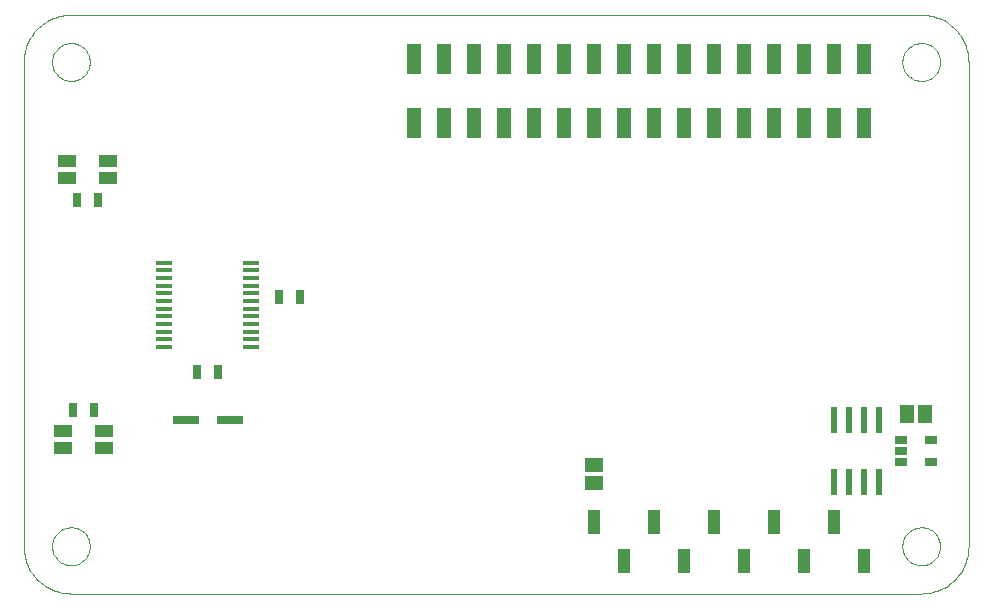
<source format=gtp>
G75*
G70*
%OFA0B0*%
%FSLAX24Y24*%
%IPPOS*%
%LPD*%
%AMOC8*
5,1,8,0,0,1.08239X$1,22.5*
%
%ADD10R,0.0500X0.1000*%
%ADD11R,0.0394X0.0787*%
%ADD12C,0.0000*%
%ADD13R,0.0390X0.0272*%
%ADD14R,0.0240X0.0870*%
%ADD15R,0.0460X0.0630*%
%ADD16R,0.0550X0.0137*%
%ADD17R,0.0630X0.0460*%
%ADD18R,0.0315X0.0472*%
%ADD19R,0.0866X0.0256*%
%ADD20R,0.0591X0.0394*%
D10*
X018418Y016175D03*
X019418Y016175D03*
X020418Y016175D03*
X021418Y016175D03*
X022418Y016175D03*
X023418Y016175D03*
X024418Y016175D03*
X025418Y016175D03*
X026418Y016175D03*
X027418Y016175D03*
X028418Y016175D03*
X029418Y016175D03*
X030418Y016175D03*
X031418Y016175D03*
X032418Y016175D03*
X033418Y016175D03*
X033418Y018325D03*
X032418Y018325D03*
X031418Y018325D03*
X030418Y018325D03*
X029418Y018325D03*
X028418Y018325D03*
X027418Y018325D03*
X026418Y018325D03*
X025418Y018325D03*
X024418Y018325D03*
X023418Y018325D03*
X022418Y018325D03*
X021418Y018325D03*
X020418Y018325D03*
X019418Y018325D03*
X018418Y018325D03*
D11*
X024418Y002900D03*
X026418Y002900D03*
X028418Y002900D03*
X030418Y002900D03*
X032418Y002900D03*
X031418Y001600D03*
X029418Y001600D03*
X027418Y001600D03*
X025418Y001600D03*
X033418Y001600D03*
D12*
X005418Y002075D02*
X005418Y018217D01*
X006363Y018217D02*
X006365Y018267D01*
X006371Y018317D01*
X006381Y018366D01*
X006395Y018414D01*
X006412Y018461D01*
X006433Y018506D01*
X006458Y018550D01*
X006486Y018591D01*
X006518Y018630D01*
X006552Y018667D01*
X006589Y018701D01*
X006629Y018731D01*
X006671Y018758D01*
X006715Y018782D01*
X006761Y018803D01*
X006808Y018819D01*
X006856Y018832D01*
X006906Y018841D01*
X006955Y018846D01*
X007006Y018847D01*
X007056Y018844D01*
X007105Y018837D01*
X007154Y018826D01*
X007202Y018811D01*
X007248Y018793D01*
X007293Y018771D01*
X007336Y018745D01*
X007377Y018716D01*
X007416Y018684D01*
X007452Y018649D01*
X007484Y018611D01*
X007514Y018571D01*
X007541Y018528D01*
X007564Y018484D01*
X007583Y018438D01*
X007599Y018390D01*
X007611Y018341D01*
X007619Y018292D01*
X007623Y018242D01*
X007623Y018192D01*
X007619Y018142D01*
X007611Y018093D01*
X007599Y018044D01*
X007583Y017996D01*
X007564Y017950D01*
X007541Y017906D01*
X007514Y017863D01*
X007484Y017823D01*
X007452Y017785D01*
X007416Y017750D01*
X007377Y017718D01*
X007336Y017689D01*
X007293Y017663D01*
X007248Y017641D01*
X007202Y017623D01*
X007154Y017608D01*
X007105Y017597D01*
X007056Y017590D01*
X007006Y017587D01*
X006955Y017588D01*
X006906Y017593D01*
X006856Y017602D01*
X006808Y017615D01*
X006761Y017631D01*
X006715Y017652D01*
X006671Y017676D01*
X006629Y017703D01*
X006589Y017733D01*
X006552Y017767D01*
X006518Y017804D01*
X006486Y017843D01*
X006458Y017884D01*
X006433Y017928D01*
X006412Y017973D01*
X006395Y018020D01*
X006381Y018068D01*
X006371Y018117D01*
X006365Y018167D01*
X006363Y018217D01*
X005418Y018217D02*
X005420Y018294D01*
X005426Y018371D01*
X005435Y018448D01*
X005448Y018524D01*
X005465Y018600D01*
X005486Y018674D01*
X005510Y018748D01*
X005538Y018820D01*
X005569Y018890D01*
X005604Y018959D01*
X005642Y019027D01*
X005683Y019092D01*
X005728Y019155D01*
X005776Y019216D01*
X005826Y019275D01*
X005879Y019331D01*
X005935Y019384D01*
X005994Y019434D01*
X006055Y019482D01*
X006118Y019527D01*
X006183Y019568D01*
X006251Y019606D01*
X006320Y019641D01*
X006390Y019672D01*
X006462Y019700D01*
X006536Y019724D01*
X006610Y019745D01*
X006686Y019762D01*
X006762Y019775D01*
X006839Y019784D01*
X006916Y019790D01*
X006993Y019792D01*
X006993Y019791D02*
X035339Y019791D01*
X034709Y018217D02*
X034711Y018267D01*
X034717Y018317D01*
X034727Y018366D01*
X034741Y018414D01*
X034758Y018461D01*
X034779Y018506D01*
X034804Y018550D01*
X034832Y018591D01*
X034864Y018630D01*
X034898Y018667D01*
X034935Y018701D01*
X034975Y018731D01*
X035017Y018758D01*
X035061Y018782D01*
X035107Y018803D01*
X035154Y018819D01*
X035202Y018832D01*
X035252Y018841D01*
X035301Y018846D01*
X035352Y018847D01*
X035402Y018844D01*
X035451Y018837D01*
X035500Y018826D01*
X035548Y018811D01*
X035594Y018793D01*
X035639Y018771D01*
X035682Y018745D01*
X035723Y018716D01*
X035762Y018684D01*
X035798Y018649D01*
X035830Y018611D01*
X035860Y018571D01*
X035887Y018528D01*
X035910Y018484D01*
X035929Y018438D01*
X035945Y018390D01*
X035957Y018341D01*
X035965Y018292D01*
X035969Y018242D01*
X035969Y018192D01*
X035965Y018142D01*
X035957Y018093D01*
X035945Y018044D01*
X035929Y017996D01*
X035910Y017950D01*
X035887Y017906D01*
X035860Y017863D01*
X035830Y017823D01*
X035798Y017785D01*
X035762Y017750D01*
X035723Y017718D01*
X035682Y017689D01*
X035639Y017663D01*
X035594Y017641D01*
X035548Y017623D01*
X035500Y017608D01*
X035451Y017597D01*
X035402Y017590D01*
X035352Y017587D01*
X035301Y017588D01*
X035252Y017593D01*
X035202Y017602D01*
X035154Y017615D01*
X035107Y017631D01*
X035061Y017652D01*
X035017Y017676D01*
X034975Y017703D01*
X034935Y017733D01*
X034898Y017767D01*
X034864Y017804D01*
X034832Y017843D01*
X034804Y017884D01*
X034779Y017928D01*
X034758Y017973D01*
X034741Y018020D01*
X034727Y018068D01*
X034717Y018117D01*
X034711Y018167D01*
X034709Y018217D01*
X035339Y019792D02*
X035416Y019790D01*
X035493Y019784D01*
X035570Y019775D01*
X035646Y019762D01*
X035722Y019745D01*
X035796Y019724D01*
X035870Y019700D01*
X035942Y019672D01*
X036012Y019641D01*
X036081Y019606D01*
X036149Y019568D01*
X036214Y019527D01*
X036277Y019482D01*
X036338Y019434D01*
X036397Y019384D01*
X036453Y019331D01*
X036506Y019275D01*
X036556Y019216D01*
X036604Y019155D01*
X036649Y019092D01*
X036690Y019027D01*
X036728Y018959D01*
X036763Y018890D01*
X036794Y018820D01*
X036822Y018748D01*
X036846Y018674D01*
X036867Y018600D01*
X036884Y018524D01*
X036897Y018448D01*
X036906Y018371D01*
X036912Y018294D01*
X036914Y018217D01*
X036914Y002075D01*
X034709Y002075D02*
X034711Y002125D01*
X034717Y002175D01*
X034727Y002224D01*
X034741Y002272D01*
X034758Y002319D01*
X034779Y002364D01*
X034804Y002408D01*
X034832Y002449D01*
X034864Y002488D01*
X034898Y002525D01*
X034935Y002559D01*
X034975Y002589D01*
X035017Y002616D01*
X035061Y002640D01*
X035107Y002661D01*
X035154Y002677D01*
X035202Y002690D01*
X035252Y002699D01*
X035301Y002704D01*
X035352Y002705D01*
X035402Y002702D01*
X035451Y002695D01*
X035500Y002684D01*
X035548Y002669D01*
X035594Y002651D01*
X035639Y002629D01*
X035682Y002603D01*
X035723Y002574D01*
X035762Y002542D01*
X035798Y002507D01*
X035830Y002469D01*
X035860Y002429D01*
X035887Y002386D01*
X035910Y002342D01*
X035929Y002296D01*
X035945Y002248D01*
X035957Y002199D01*
X035965Y002150D01*
X035969Y002100D01*
X035969Y002050D01*
X035965Y002000D01*
X035957Y001951D01*
X035945Y001902D01*
X035929Y001854D01*
X035910Y001808D01*
X035887Y001764D01*
X035860Y001721D01*
X035830Y001681D01*
X035798Y001643D01*
X035762Y001608D01*
X035723Y001576D01*
X035682Y001547D01*
X035639Y001521D01*
X035594Y001499D01*
X035548Y001481D01*
X035500Y001466D01*
X035451Y001455D01*
X035402Y001448D01*
X035352Y001445D01*
X035301Y001446D01*
X035252Y001451D01*
X035202Y001460D01*
X035154Y001473D01*
X035107Y001489D01*
X035061Y001510D01*
X035017Y001534D01*
X034975Y001561D01*
X034935Y001591D01*
X034898Y001625D01*
X034864Y001662D01*
X034832Y001701D01*
X034804Y001742D01*
X034779Y001786D01*
X034758Y001831D01*
X034741Y001878D01*
X034727Y001926D01*
X034717Y001975D01*
X034711Y002025D01*
X034709Y002075D01*
X035339Y000500D02*
X035416Y000502D01*
X035493Y000508D01*
X035570Y000517D01*
X035646Y000530D01*
X035722Y000547D01*
X035796Y000568D01*
X035870Y000592D01*
X035942Y000620D01*
X036012Y000651D01*
X036081Y000686D01*
X036149Y000724D01*
X036214Y000765D01*
X036277Y000810D01*
X036338Y000858D01*
X036397Y000908D01*
X036453Y000961D01*
X036506Y001017D01*
X036556Y001076D01*
X036604Y001137D01*
X036649Y001200D01*
X036690Y001265D01*
X036728Y001333D01*
X036763Y001402D01*
X036794Y001472D01*
X036822Y001544D01*
X036846Y001618D01*
X036867Y001692D01*
X036884Y001768D01*
X036897Y001844D01*
X036906Y001921D01*
X036912Y001998D01*
X036914Y002075D01*
X035339Y000500D02*
X006993Y000500D01*
X006363Y002075D02*
X006365Y002125D01*
X006371Y002175D01*
X006381Y002224D01*
X006395Y002272D01*
X006412Y002319D01*
X006433Y002364D01*
X006458Y002408D01*
X006486Y002449D01*
X006518Y002488D01*
X006552Y002525D01*
X006589Y002559D01*
X006629Y002589D01*
X006671Y002616D01*
X006715Y002640D01*
X006761Y002661D01*
X006808Y002677D01*
X006856Y002690D01*
X006906Y002699D01*
X006955Y002704D01*
X007006Y002705D01*
X007056Y002702D01*
X007105Y002695D01*
X007154Y002684D01*
X007202Y002669D01*
X007248Y002651D01*
X007293Y002629D01*
X007336Y002603D01*
X007377Y002574D01*
X007416Y002542D01*
X007452Y002507D01*
X007484Y002469D01*
X007514Y002429D01*
X007541Y002386D01*
X007564Y002342D01*
X007583Y002296D01*
X007599Y002248D01*
X007611Y002199D01*
X007619Y002150D01*
X007623Y002100D01*
X007623Y002050D01*
X007619Y002000D01*
X007611Y001951D01*
X007599Y001902D01*
X007583Y001854D01*
X007564Y001808D01*
X007541Y001764D01*
X007514Y001721D01*
X007484Y001681D01*
X007452Y001643D01*
X007416Y001608D01*
X007377Y001576D01*
X007336Y001547D01*
X007293Y001521D01*
X007248Y001499D01*
X007202Y001481D01*
X007154Y001466D01*
X007105Y001455D01*
X007056Y001448D01*
X007006Y001445D01*
X006955Y001446D01*
X006906Y001451D01*
X006856Y001460D01*
X006808Y001473D01*
X006761Y001489D01*
X006715Y001510D01*
X006671Y001534D01*
X006629Y001561D01*
X006589Y001591D01*
X006552Y001625D01*
X006518Y001662D01*
X006486Y001701D01*
X006458Y001742D01*
X006433Y001786D01*
X006412Y001831D01*
X006395Y001878D01*
X006381Y001926D01*
X006371Y001975D01*
X006365Y002025D01*
X006363Y002075D01*
X005418Y002075D02*
X005420Y001998D01*
X005426Y001921D01*
X005435Y001844D01*
X005448Y001768D01*
X005465Y001692D01*
X005486Y001618D01*
X005510Y001544D01*
X005538Y001472D01*
X005569Y001402D01*
X005604Y001333D01*
X005642Y001265D01*
X005683Y001200D01*
X005728Y001137D01*
X005776Y001076D01*
X005826Y001017D01*
X005879Y000961D01*
X005935Y000908D01*
X005994Y000858D01*
X006055Y000810D01*
X006118Y000765D01*
X006183Y000724D01*
X006251Y000686D01*
X006320Y000651D01*
X006390Y000620D01*
X006462Y000592D01*
X006536Y000568D01*
X006610Y000547D01*
X006686Y000530D01*
X006762Y000517D01*
X006839Y000508D01*
X006916Y000502D01*
X006993Y000500D01*
D13*
X034660Y004876D03*
X034660Y005250D03*
X034660Y005624D03*
X035680Y005624D03*
X035680Y004876D03*
D14*
X033918Y004220D03*
X033418Y004220D03*
X032918Y004220D03*
X032418Y004220D03*
X032418Y006280D03*
X032918Y006280D03*
X033418Y006280D03*
X033918Y006280D03*
D15*
X034868Y006500D03*
X035468Y006500D03*
D16*
X012982Y008718D03*
X012982Y008973D03*
X012982Y009229D03*
X012982Y009485D03*
X012982Y009741D03*
X012982Y009997D03*
X012982Y010253D03*
X012982Y010509D03*
X012982Y010765D03*
X012982Y011021D03*
X012982Y011277D03*
X012982Y011532D03*
X010104Y011532D03*
X010104Y011277D03*
X010104Y011021D03*
X010104Y010765D03*
X010104Y010509D03*
X010104Y010253D03*
X010104Y009997D03*
X010104Y009741D03*
X010104Y009485D03*
X010104Y009229D03*
X010104Y008973D03*
X010104Y008718D03*
D17*
X024418Y004800D03*
X024418Y004200D03*
D18*
X011897Y007875D03*
X011189Y007875D03*
X007772Y006625D03*
X007064Y006625D03*
X013939Y010375D03*
X014647Y010375D03*
X007897Y013625D03*
X007189Y013625D03*
D19*
X010834Y006296D03*
X012291Y006296D03*
D20*
X008107Y005901D03*
X008107Y005349D03*
X006729Y005349D03*
X006729Y005901D03*
X006854Y014349D03*
X006854Y014901D03*
X008232Y014901D03*
X008232Y014349D03*
M02*

</source>
